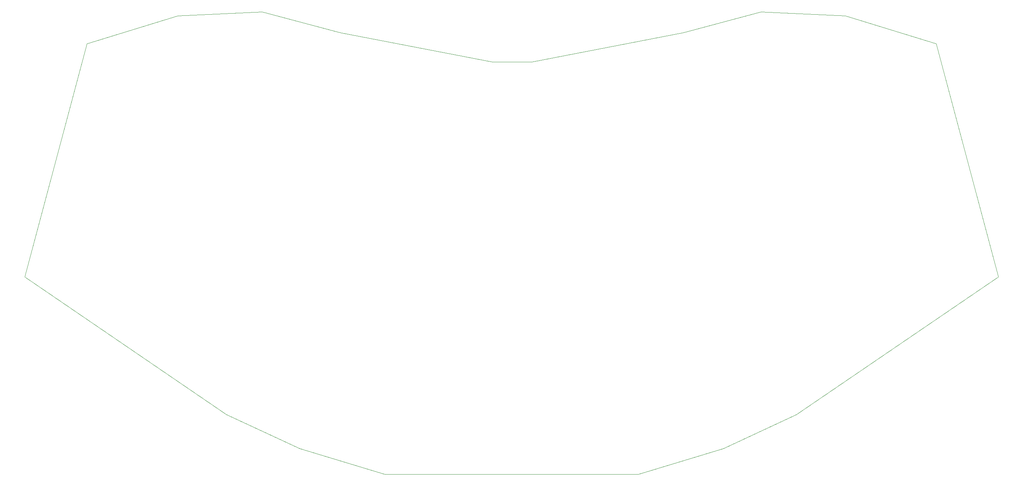
<source format=gbr>
%TF.GenerationSoftware,KiCad,Pcbnew,7.0.1*%
%TF.CreationDate,2024-01-05T17:15:02-05:00*%
%TF.ProjectId,ch55p34,63683535-7033-4342-9e6b-696361645f70,rev?*%
%TF.SameCoordinates,Original*%
%TF.FileFunction,Profile,NP*%
%FSLAX46Y46*%
G04 Gerber Fmt 4.6, Leading zero omitted, Abs format (unit mm)*
G04 Created by KiCad (PCBNEW 7.0.1) date 2024-01-05 17:15:02*
%MOMM*%
%LPD*%
G01*
G04 APERTURE LIST*
%TA.AperFunction,Profile*%
%ADD10C,0.100000*%
%TD*%
G04 APERTURE END LIST*
D10*
X160650000Y-35050000D02*
X196480000Y-28120000D01*
X151260000Y-35050000D02*
X160650000Y-35050000D01*
X115190000Y-28110000D02*
X151260000Y-35050000D01*
X76800000Y-24140000D02*
X55310000Y-30750000D01*
X96790000Y-23180000D02*
X76800000Y-24140000D01*
X115190000Y-28110000D02*
X96790000Y-23180000D01*
X214870000Y-23180000D02*
X196480000Y-28120000D01*
X234870000Y-24150000D02*
X214870000Y-23180000D01*
X256350000Y-30740000D02*
X234870000Y-24150000D01*
X271140000Y-85960000D02*
X256350000Y-30740000D01*
X223300000Y-118550000D02*
X271140000Y-85960000D01*
X206020000Y-126600000D02*
X223300000Y-118550000D01*
X185860000Y-132670000D02*
X206020000Y-126600000D01*
X125800000Y-132660000D02*
X185860000Y-132670000D01*
X105630000Y-126580000D02*
X125800000Y-132660000D01*
X88300000Y-118520000D02*
X105630000Y-126580000D01*
X40530000Y-85940000D02*
X88300000Y-118520000D01*
X55310000Y-30750000D02*
X40530000Y-85940000D01*
M02*

</source>
